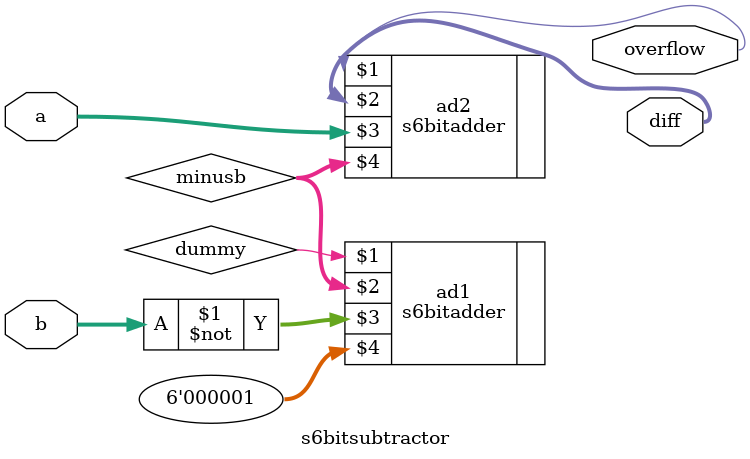
<source format=v>
module s6bitsubtractor(overflow, diff, a, b);
   input [5:0]  a, b;
   output [5:0] diff;
   output       overflow;

   wire         dummy;
   wire [5:0]   minusb;

   s6bitadder ad1(dummy, minusb, ~b, 6'b000001);
   s6bitadder ad2(overflow, diff, a, minusb);
endmodule

</source>
